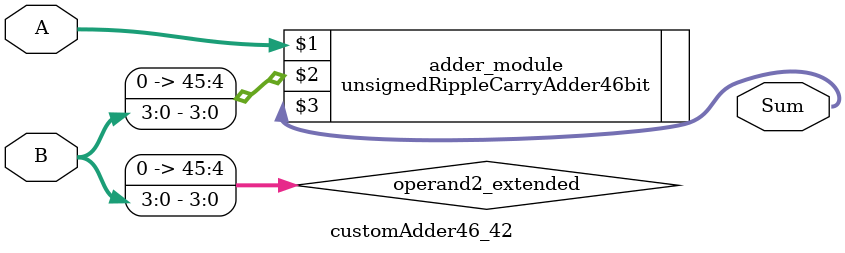
<source format=v>
module customAdder46_42(
                        input [45 : 0] A,
                        input [3 : 0] B,
                        
                        output [46 : 0] Sum
                );

        wire [45 : 0] operand2_extended;
        
        assign operand2_extended =  {42'b0, B};
        
        unsignedRippleCarryAdder46bit adder_module(
            A,
            operand2_extended,
            Sum
        );
        
        endmodule
        
</source>
